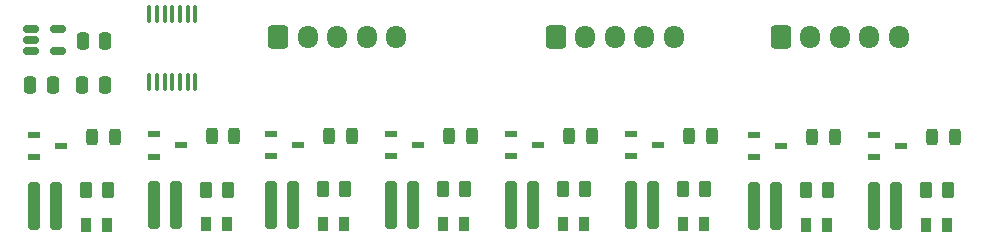
<source format=gbr>
%TF.GenerationSoftware,KiCad,Pcbnew,8.0.6*%
%TF.CreationDate,2024-10-28T20:27:21+01:00*%
%TF.ProjectId,ATtiny3,41547469-6e79-4332-9b2e-6b696361645f,rev?*%
%TF.SameCoordinates,Original*%
%TF.FileFunction,Soldermask,Top*%
%TF.FilePolarity,Negative*%
%FSLAX46Y46*%
G04 Gerber Fmt 4.6, Leading zero omitted, Abs format (unit mm)*
G04 Created by KiCad (PCBNEW 8.0.6) date 2024-10-28 20:27:21*
%MOMM*%
%LPD*%
G01*
G04 APERTURE LIST*
G04 Aperture macros list*
%AMRoundRect*
0 Rectangle with rounded corners*
0 $1 Rounding radius*
0 $2 $3 $4 $5 $6 $7 $8 $9 X,Y pos of 4 corners*
0 Add a 4 corners polygon primitive as box body*
4,1,4,$2,$3,$4,$5,$6,$7,$8,$9,$2,$3,0*
0 Add four circle primitives for the rounded corners*
1,1,$1+$1,$2,$3*
1,1,$1+$1,$4,$5*
1,1,$1+$1,$6,$7*
1,1,$1+$1,$8,$9*
0 Add four rect primitives between the rounded corners*
20,1,$1+$1,$2,$3,$4,$5,0*
20,1,$1+$1,$4,$5,$6,$7,0*
20,1,$1+$1,$6,$7,$8,$9,0*
20,1,$1+$1,$8,$9,$2,$3,0*%
G04 Aperture macros list end*
%ADD10RoundRect,0.150000X-0.512500X-0.150000X0.512500X-0.150000X0.512500X0.150000X-0.512500X0.150000X0*%
%ADD11RoundRect,0.100000X0.100000X-0.637500X0.100000X0.637500X-0.100000X0.637500X-0.100000X-0.637500X0*%
%ADD12RoundRect,0.250000X-0.262500X-0.450000X0.262500X-0.450000X0.262500X0.450000X-0.262500X0.450000X0*%
%ADD13RoundRect,0.250000X-0.262500X-1.775000X0.262500X-1.775000X0.262500X1.775000X-0.262500X1.775000X0*%
%ADD14R,1.050000X0.600000*%
%ADD15R,0.889000X1.270000*%
%ADD16RoundRect,0.250000X-0.600000X-0.725000X0.600000X-0.725000X0.600000X0.725000X-0.600000X0.725000X0*%
%ADD17O,1.700000X1.950000*%
%ADD18RoundRect,0.243750X-0.243750X-0.456250X0.243750X-0.456250X0.243750X0.456250X-0.243750X0.456250X0*%
%ADD19RoundRect,0.250000X-0.250000X-0.475000X0.250000X-0.475000X0.250000X0.475000X-0.250000X0.475000X0*%
G04 APERTURE END LIST*
D10*
%TO.C,U2*%
X20177900Y-25230000D03*
X20177900Y-26180000D03*
X20177900Y-27130000D03*
X22452900Y-27130000D03*
X22452900Y-25230000D03*
%TD*%
D11*
%TO.C,U1*%
X30160400Y-29677500D03*
X30810400Y-29677500D03*
X31460400Y-29677500D03*
X32110400Y-29677500D03*
X32760400Y-29677500D03*
X33410400Y-29677500D03*
X34060400Y-29677500D03*
X34060400Y-23952500D03*
X33410400Y-23952500D03*
X32760400Y-23952500D03*
X32110400Y-23952500D03*
X31460400Y-23952500D03*
X30810400Y-23952500D03*
X30160400Y-23952500D03*
%TD*%
D12*
%TO.C,RLED8*%
X95967900Y-38880000D03*
X97792900Y-38880000D03*
%TD*%
%TO.C,RLED7*%
X85807900Y-38880000D03*
X87632900Y-38880000D03*
%TD*%
%TO.C,RLED6*%
X75382500Y-38815000D03*
X77207500Y-38815000D03*
%TD*%
%TO.C,RLED5*%
X65222500Y-38815000D03*
X67047500Y-38815000D03*
%TD*%
%TO.C,RLED4*%
X55062500Y-38815000D03*
X56887500Y-38815000D03*
%TD*%
%TO.C,RLED3*%
X44902500Y-38815000D03*
X46727500Y-38815000D03*
%TD*%
%TO.C,RLED2*%
X34992900Y-38820000D03*
X36817900Y-38820000D03*
%TD*%
%TO.C,RLED1*%
X24847900Y-38880000D03*
X26672900Y-38880000D03*
%TD*%
D13*
%TO.C,R8*%
X91512900Y-40210000D03*
X93387900Y-40210000D03*
%TD*%
%TO.C,R7*%
X81352900Y-40210000D03*
X83227900Y-40210000D03*
%TD*%
%TO.C,R6*%
X70927500Y-40145000D03*
X72802500Y-40145000D03*
%TD*%
%TO.C,R5*%
X60767500Y-40145000D03*
X62642500Y-40145000D03*
%TD*%
%TO.C,R4*%
X50607500Y-40145000D03*
X52482500Y-40145000D03*
%TD*%
%TO.C,R3*%
X40447500Y-40145000D03*
X42322500Y-40145000D03*
%TD*%
%TO.C,R2*%
X30537900Y-40150000D03*
X32412900Y-40150000D03*
%TD*%
%TO.C,R1*%
X20392900Y-40210000D03*
X22267900Y-40210000D03*
%TD*%
D14*
%TO.C,Q8*%
X91550800Y-34185000D03*
X91550800Y-36085000D03*
X93850800Y-35135000D03*
%TD*%
%TO.C,Q7*%
X81390800Y-34185000D03*
X81390800Y-36085000D03*
X83690800Y-35135000D03*
%TD*%
%TO.C,Q6*%
X70965400Y-34120000D03*
X70965400Y-36020000D03*
X73265400Y-35070000D03*
%TD*%
%TO.C,Q5*%
X60805400Y-34120000D03*
X60805400Y-36020000D03*
X63105400Y-35070000D03*
%TD*%
%TO.C,Q4*%
X50645400Y-34120000D03*
X50645400Y-36020000D03*
X52945400Y-35070000D03*
%TD*%
%TO.C,Q3*%
X40485400Y-34120000D03*
X40485400Y-36020000D03*
X42785400Y-35070000D03*
%TD*%
%TO.C,Q2*%
X30575800Y-34125000D03*
X30575800Y-36025000D03*
X32875800Y-35075000D03*
%TD*%
%TO.C,Q1*%
X20430800Y-34185000D03*
X20430800Y-36085000D03*
X22730800Y-35135000D03*
%TD*%
D15*
%TO.C,LED8*%
X95937400Y-41807500D03*
X97715400Y-41807500D03*
%TD*%
%TO.C,LED7*%
X85777400Y-41807500D03*
X87555400Y-41807500D03*
%TD*%
%TO.C,LED6*%
X75352000Y-41742500D03*
X77130000Y-41742500D03*
%TD*%
%TO.C,LED5*%
X65192000Y-41742500D03*
X66970000Y-41742500D03*
%TD*%
%TO.C,LED4*%
X55032000Y-41742500D03*
X56810000Y-41742500D03*
%TD*%
%TO.C,LED3*%
X44872000Y-41742500D03*
X46650000Y-41742500D03*
%TD*%
%TO.C,LED2*%
X34962400Y-41747500D03*
X36740400Y-41747500D03*
%TD*%
%TO.C,LED1*%
X24817400Y-41807500D03*
X26595400Y-41807500D03*
%TD*%
D16*
%TO.C,J3*%
X41080400Y-25880000D03*
D17*
X43580400Y-25880000D03*
X46080400Y-25880000D03*
X48580400Y-25880000D03*
X51080400Y-25880000D03*
%TD*%
D16*
%TO.C,J2*%
X83625400Y-25880000D03*
D17*
X86125400Y-25880000D03*
X88625400Y-25880000D03*
X91125400Y-25880000D03*
X93625400Y-25880000D03*
%TD*%
D16*
%TO.C,J1*%
X64575400Y-25880000D03*
D17*
X67075400Y-25880000D03*
X69575400Y-25880000D03*
X72075400Y-25880000D03*
X74575400Y-25880000D03*
%TD*%
D18*
%TO.C,D8*%
X96482900Y-34355000D03*
X98357900Y-34355000D03*
%TD*%
%TO.C,D7*%
X86322900Y-34355000D03*
X88197900Y-34355000D03*
%TD*%
%TO.C,D6*%
X75897500Y-34290000D03*
X77772500Y-34290000D03*
%TD*%
%TO.C,D5*%
X65737500Y-34290000D03*
X67612500Y-34290000D03*
%TD*%
%TO.C,D4*%
X55577500Y-34290000D03*
X57452500Y-34290000D03*
%TD*%
%TO.C,D3*%
X45417500Y-34290000D03*
X47292500Y-34290000D03*
%TD*%
%TO.C,D2*%
X35507900Y-34295000D03*
X37382900Y-34295000D03*
%TD*%
%TO.C,D1*%
X25362900Y-34355000D03*
X27237900Y-34355000D03*
%TD*%
D19*
%TO.C,C3*%
X20111400Y-29990000D03*
X22011400Y-29990000D03*
%TD*%
%TO.C,C2*%
X24480200Y-29990000D03*
X26380200Y-29990000D03*
%TD*%
%TO.C,C1*%
X24531000Y-26256200D03*
X26431000Y-26256200D03*
%TD*%
M02*

</source>
